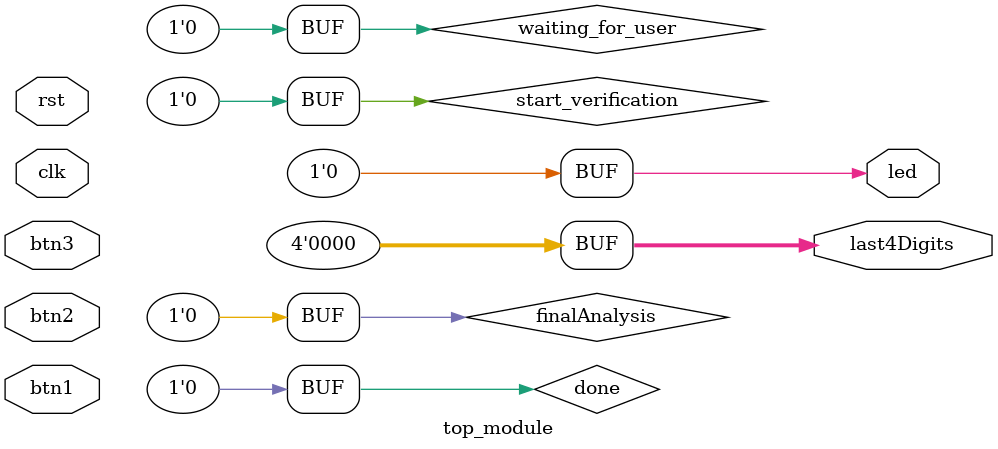
<source format=sv>
module top_module(
	 input logic clk,
	 input logic rst, 
    input logic btn1,    
    input logic btn2,
	 input logic btn3,	 
    output logic led,
	 output logic [3:0]last4Digits
	
);

	
	// Inputs FSM
	logic finalAnalysis = 0;
	logic waiting_for_user = 0;
	logic start_verification = 0;	
	logic done = 0;	
	
	
	initial begin 
		last4Digits = 0000;
		led = 0;
	end


	
	
	
	FSM ME(					.clk(clk),
								.rst(rst),
								.next(btn3),
								.finalAnalysis(finalAnalysis),
								.waiting_for_user(waiting_for_user),
								.start_verification(start_verification),
								.done(led)
		
							);
   
	logic_module 	LM(   
								.clk(clk),
								.rst(rst),
								.btn1(btn1),
								.btn2(btn2),
								.waiting_for_user(waiting_for_user),
								.start_verification(start_verification),
								.last4Digits(last4Digits),
								.finalAnalysis(finalAnalysis)
											
							);


endmodule
</source>
